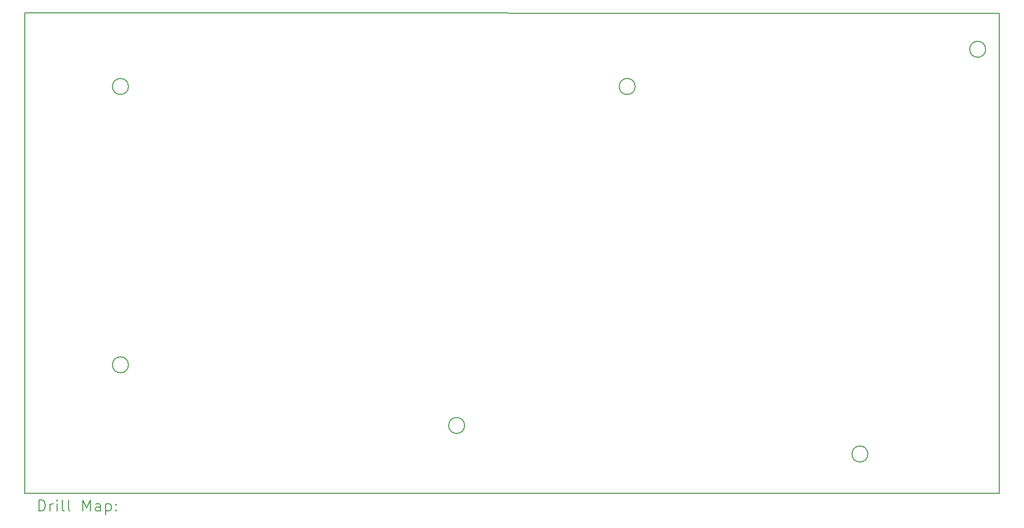
<source format=gbr>
%FSLAX45Y45*%
G04 Gerber Fmt 4.5, Leading zero omitted, Abs format (unit mm)*
G04 Created by KiCad (PCBNEW (6.0.4)) date 2022-05-07 15:09:29*
%MOMM*%
%LPD*%
G01*
G04 APERTURE LIST*
%TA.AperFunction,Profile*%
%ADD10C,0.150000*%
%TD*%
%ADD11C,0.200000*%
G04 APERTURE END LIST*
D10*
X3349087Y-12226980D02*
X3349130Y-3675589D01*
X20684587Y-3680380D02*
X20684587Y-12226980D01*
X3349130Y-3675589D02*
X20684587Y-3680380D01*
X5192877Y-9940980D02*
G75*
G03*
X5192877Y-9940980I-141990J0D01*
G01*
X18350077Y-11528480D02*
G75*
G03*
X18350077Y-11528480I-141990J0D01*
G01*
X5192877Y-4986604D02*
G75*
G03*
X5192877Y-4986604I-141990J0D01*
G01*
X14209877Y-4986604D02*
G75*
G03*
X14209877Y-4986604I-141990J0D01*
G01*
X20684587Y-12226980D02*
X3349087Y-12226980D01*
X11174577Y-11020480D02*
G75*
G03*
X11174577Y-11020480I-141990J0D01*
G01*
X20445577Y-4324604D02*
G75*
G03*
X20445577Y-4324604I-141990J0D01*
G01*
D11*
X3599206Y-12544956D02*
X3599206Y-12344956D01*
X3646825Y-12344956D01*
X3675396Y-12354480D01*
X3694444Y-12373528D01*
X3703967Y-12392575D01*
X3713491Y-12430671D01*
X3713491Y-12459242D01*
X3703967Y-12497337D01*
X3694444Y-12516385D01*
X3675396Y-12535433D01*
X3646825Y-12544956D01*
X3599206Y-12544956D01*
X3799206Y-12544956D02*
X3799206Y-12411623D01*
X3799206Y-12449718D02*
X3808729Y-12430671D01*
X3818253Y-12421147D01*
X3837301Y-12411623D01*
X3856348Y-12411623D01*
X3923015Y-12544956D02*
X3923015Y-12411623D01*
X3923015Y-12344956D02*
X3913491Y-12354480D01*
X3923015Y-12364004D01*
X3932539Y-12354480D01*
X3923015Y-12344956D01*
X3923015Y-12364004D01*
X4046825Y-12544956D02*
X4027777Y-12535433D01*
X4018253Y-12516385D01*
X4018253Y-12344956D01*
X4151587Y-12544956D02*
X4132539Y-12535433D01*
X4123015Y-12516385D01*
X4123015Y-12344956D01*
X4380158Y-12544956D02*
X4380158Y-12344956D01*
X4446825Y-12487814D01*
X4513491Y-12344956D01*
X4513491Y-12544956D01*
X4694444Y-12544956D02*
X4694444Y-12440194D01*
X4684920Y-12421147D01*
X4665872Y-12411623D01*
X4627777Y-12411623D01*
X4608729Y-12421147D01*
X4694444Y-12535433D02*
X4675396Y-12544956D01*
X4627777Y-12544956D01*
X4608729Y-12535433D01*
X4599206Y-12516385D01*
X4599206Y-12497337D01*
X4608729Y-12478290D01*
X4627777Y-12468766D01*
X4675396Y-12468766D01*
X4694444Y-12459242D01*
X4789682Y-12411623D02*
X4789682Y-12611623D01*
X4789682Y-12421147D02*
X4808729Y-12411623D01*
X4846825Y-12411623D01*
X4865872Y-12421147D01*
X4875396Y-12430671D01*
X4884920Y-12449718D01*
X4884920Y-12506861D01*
X4875396Y-12525909D01*
X4865872Y-12535433D01*
X4846825Y-12544956D01*
X4808729Y-12544956D01*
X4789682Y-12535433D01*
X4970634Y-12525909D02*
X4980158Y-12535433D01*
X4970634Y-12544956D01*
X4961110Y-12535433D01*
X4970634Y-12525909D01*
X4970634Y-12544956D01*
X4970634Y-12421147D02*
X4980158Y-12430671D01*
X4970634Y-12440194D01*
X4961110Y-12430671D01*
X4970634Y-12421147D01*
X4970634Y-12440194D01*
M02*

</source>
